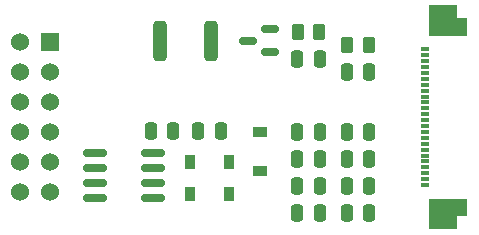
<source format=gts>
G04 #@! TF.GenerationSoftware,KiCad,Pcbnew,(5.99.0-8084-g866e5df16a)*
G04 #@! TF.CreationDate,2021-01-03T17:36:52+01:00*
G04 #@! TF.ProjectId,e-ink_pmod,652d696e-6b5f-4706-9d6f-642e6b696361,1.1*
G04 #@! TF.SameCoordinates,PX525bfc0PY429d390*
G04 #@! TF.FileFunction,Soldermask,Top*
G04 #@! TF.FilePolarity,Negative*
%FSLAX46Y46*%
G04 Gerber Fmt 4.6, Leading zero omitted, Abs format (unit mm)*
G04 Created by KiCad (PCBNEW (5.99.0-8084-g866e5df16a)) date 2021-01-03 17:36:52*
%MOMM*%
%LPD*%
G01*
G04 APERTURE LIST*
G04 Aperture macros list*
%AMRoundRect*
0 Rectangle with rounded corners*
0 $1 Rounding radius*
0 $2 $3 $4 $5 $6 $7 $8 $9 X,Y pos of 4 corners*
0 Add a 4 corners polygon primitive as box body*
4,1,4,$2,$3,$4,$5,$6,$7,$8,$9,$2,$3,0*
0 Add four circle primitives for the rounded corners*
1,1,$1+$1,$2,$3,0*
1,1,$1+$1,$4,$5,0*
1,1,$1+$1,$6,$7,0*
1,1,$1+$1,$8,$9,0*
0 Add four rect primitives between the rounded corners*
20,1,$1+$1,$2,$3,$4,$5,0*
20,1,$1+$1,$4,$5,$6,$7,0*
20,1,$1+$1,$6,$7,$8,$9,0*
20,1,$1+$1,$8,$9,$2,$3,0*%
G04 Aperture macros list end*
%ADD10RoundRect,0.250000X0.250000X0.475000X-0.250000X0.475000X-0.250000X-0.475000X0.250000X-0.475000X0*%
%ADD11RoundRect,0.250000X-0.250000X-0.475000X0.250000X-0.475000X0.250000X0.475000X-0.250000X0.475000X0*%
%ADD12R,0.900000X1.200000*%
%ADD13R,1.200000X0.900000*%
%ADD14RoundRect,0.250000X0.312500X1.450000X-0.312500X1.450000X-0.312500X-1.450000X0.312500X-1.450000X0*%
%ADD15RoundRect,0.250000X0.262500X0.450000X-0.262500X0.450000X-0.262500X-0.450000X0.262500X-0.450000X0*%
%ADD16R,0.800000X0.300000*%
%ADD17C,1.524000*%
%ADD18R,1.524000X1.524000*%
%ADD19RoundRect,0.150000X0.587500X0.150000X-0.587500X0.150000X-0.587500X-0.150000X0.587500X-0.150000X0*%
%ADD20RoundRect,0.150000X-0.825000X-0.150000X0.825000X-0.150000X0.825000X0.150000X-0.825000X0.150000X0*%
G04 APERTURE END LIST*
G36*
X41650000Y-18560000D02*
G01*
X40800000Y-18560000D01*
X40800000Y-19660000D01*
X38400000Y-19660000D01*
X38400000Y-17060000D01*
X41650000Y-17060000D01*
X41650000Y-18560000D01*
G37*
G36*
X40800000Y-1760000D02*
G01*
X41650000Y-1760000D01*
X41650000Y-3260000D01*
X38400000Y-3260000D01*
X38400000Y-660000D01*
X40800000Y-660000D01*
X40800000Y-1760000D01*
G37*
D10*
X29144000Y-5207000D03*
X27244000Y-5207000D03*
X33335000Y-6350000D03*
X31435000Y-6350000D03*
X29144000Y-13716000D03*
X27244000Y-13716000D03*
X29144000Y-16002000D03*
X27244000Y-16002000D03*
X29144000Y-18288000D03*
X27244000Y-18288000D03*
D11*
X31435000Y-16002000D03*
X33335000Y-16002000D03*
X31435000Y-18288000D03*
X33335000Y-18288000D03*
X18862000Y-11300000D03*
X20762000Y-11300000D03*
D10*
X29144000Y-11430000D03*
X27244000Y-11430000D03*
D12*
X18162000Y-16637000D03*
X21462000Y-16637000D03*
X21462000Y-13970000D03*
X18162000Y-13970000D03*
D13*
X24130000Y-14731000D03*
X24130000Y-11431000D03*
D14*
X19917500Y-3683000D03*
X15642500Y-3683000D03*
D15*
X29106500Y-2921000D03*
X27281500Y-2921000D03*
X33297500Y-4064000D03*
X31472500Y-4064000D03*
D16*
X38100000Y-4410000D03*
X38100000Y-4910000D03*
X38100000Y-5410000D03*
X38100000Y-5910000D03*
X38100000Y-6410000D03*
X38100000Y-6910000D03*
X38100000Y-7410000D03*
X38100000Y-7910000D03*
X38100000Y-8410000D03*
X38100000Y-8910000D03*
X38100000Y-9410000D03*
X38100000Y-9910000D03*
X38100000Y-10410000D03*
X38100000Y-10910000D03*
X38100000Y-11410000D03*
X38100000Y-11910000D03*
X38100000Y-12410000D03*
X38100000Y-12910000D03*
X38100000Y-13410000D03*
X38100000Y-13910000D03*
X38100000Y-14410000D03*
X38100000Y-14910000D03*
X38100000Y-15410000D03*
X38100000Y-15910000D03*
D17*
X3810000Y-3810000D03*
D18*
X6350000Y-3810000D03*
D17*
X3810000Y-6350000D03*
X6350000Y-6350000D03*
X3810000Y-8890000D03*
X6350000Y-8890000D03*
X3810000Y-11430000D03*
X6350000Y-11430000D03*
X3810000Y-13970000D03*
X6350000Y-13970000D03*
X3810000Y-16510000D03*
X6350000Y-16510000D03*
D19*
X24940500Y-4633000D03*
X24940500Y-2733000D03*
X23065500Y-3683000D03*
D10*
X33335000Y-13716000D03*
X31435000Y-13716000D03*
X33335000Y-11430000D03*
X31435000Y-11430000D03*
D11*
X14830000Y-11310000D03*
X16730000Y-11310000D03*
D20*
X10115000Y-13205000D03*
X10115000Y-14475000D03*
X10115000Y-15745000D03*
X10115000Y-17015000D03*
X15065000Y-17015000D03*
X15065000Y-15745000D03*
X15065000Y-14475000D03*
X15065000Y-13205000D03*
M02*

</source>
